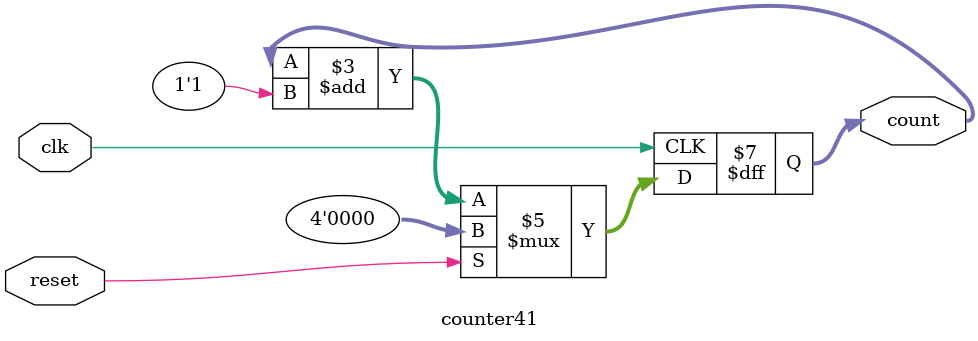
<source format=v>
`timescale 1ns / 1ps
module counter41(
	 input clk,
	 input reset,
	 output [3:0] count
	 );

reg [3:0] count;

always @ (posedge(clk))
begin
if (reset == 1'b1)
	count <= 4'b0000;
else
	count <= count + 1'b1;
end
endmodule

</source>
